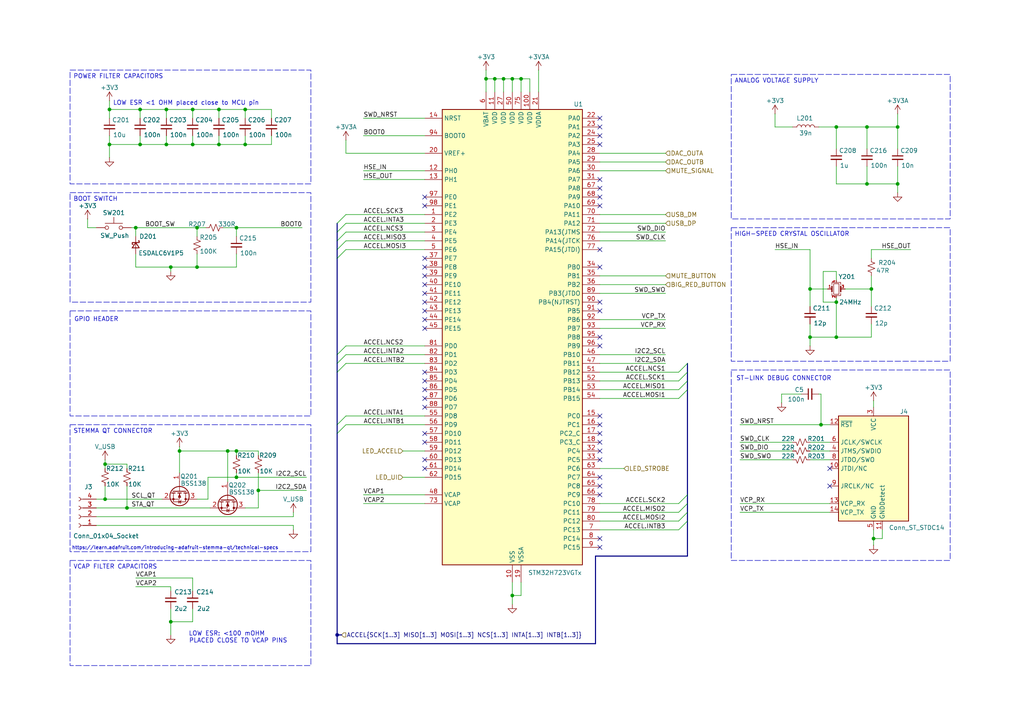
<source format=kicad_sch>
(kicad_sch (version 20231120) (generator "eeschema") (generator_version "8.0")
  (paper "A4")
  (lib_symbols
    (symbol "Connector:Conn_01x04_Socket" (pin_names (offset 1.016) hide)
      (property "Reference" "J" (at 0 5.08 0))
      (property "Value" "Conn_01x04_Socket" (at 0 -7.62 0))
      (symbol "Conn_01x04_Socket_1_1"
        (arc (start 0 -4.572) (mid -0.5058 -5.08) (end 0 -5.588) (stroke (width 0.1524)))
        (arc (start 0 -2.032) (mid -0.5058 -2.54) (end 0 -3.048) (stroke (width 0.1524)))
        (polyline (pts (xy -1.27 -5.08) (xy -0.508 -5.08)) (stroke (width 0.1524)))
        (polyline (pts (xy -1.27 -2.54) (xy -0.508 -2.54)) (stroke (width 0.1524)))
        (polyline (pts (xy -1.27 0) (xy -0.508 0)) (stroke (width 0.1524)))
        (polyline (pts (xy -1.27 2.54) (xy -0.508 2.54)) (stroke (width 0.1524)))
        (arc (start 0 0.508) (mid -0.5058 0) (end 0 -0.508) (stroke (width 0.1524)))
        (arc (start 0 3.048) (mid -0.5058 2.54) (end 0 2.032) (stroke (width 0.1524)))
        (pin passive line (at -5.08 2.54 0) (length 3.81) (name "Pin_1") (number "1"))
        (pin passive line (at -5.08 0 0) (length 3.81) (name "Pin_2") (number "2"))
        (pin passive line (at -5.08 -2.54 0) (length 3.81) (name "Pin_3") (number "3"))
        (pin passive line (at -5.08 -5.08 0) (length 3.81) (name "Pin_4") (number "4"))
      )
    )
    (symbol "Connector:Conn_ST_STDC14"
      (property "Reference" "J" (at -8.89 16.51 0))
      (property "Value" "Conn_ST_STDC14" (at 17.78 16.51 0))
      (symbol "Conn_ST_STDC14_0_1"
        (rectangle (start -10.16 15.24) (end 10.16 -15.24) (stroke (width 0.254)) (fill (type background)))
      )
      (symbol "Conn_ST_STDC14_1_1"
        (pin no_connect line (at -10.16 5.08 0) (length 2.54) hide (name "NC") (number "1"))
        (pin output line (at 12.7 0 180) (length 2.54) (name "JTDI/NC") (number "10"))
        (pin passive line (at -2.54 -17.78 90) (length 2.54) (name "GNDDetect") (number "11"))
        (pin open_collector line (at 12.7 12.7 180) (length 2.54) (name "~{RST}") (number "12"))
        (pin output line (at 12.7 -10.16 180) (length 2.54) (name "VCP_RX") (number "13"))
        (pin input line (at 12.7 -12.7 180) (length 2.54) (name "VCP_TX") (number "14"))
        (pin no_connect line (at -10.16 2.54 0) (length 2.54) hide (name "NC") (number "2"))
        (pin power_in line (at 0 17.78 270) (length 2.54) (name "VCC") (number "3"))
        (pin bidirectional line (at 12.7 5.08 180) (length 2.54) (name "JTMS/SWDIO") (number "4"))
        (pin power_in line (at 0 -17.78 90) (length 2.54) (name "GND") (number "5"))
        (pin output line (at 12.7 7.62 180) (length 2.54) (name "JCLK/SWCLK") (number "6"))
        (pin passive line (at 0 -17.78 90) (length 2.54) hide (name "GND") (number "7"))
        (pin input line (at 12.7 2.54 180) (length 2.54) (name "JTDO/SWO") (number "8"))
        (pin input line (at 12.7 -5.08 180) (length 2.54) (name "JRCLK/NC") (number "9"))
      )
    )
    (symbol "Device:C_Small" (pin_numbers hide) (pin_names (offset 0.254) hide)
      (property "Reference" "C" (at 0.254 1.778 0))
      (property "Value" "C_Small" (at 0.254 -2.032 0))
      (symbol "C_Small_0_1"
        (polyline (pts (xy -1.524 -0.508) (xy 1.524 -0.508)) (stroke (width 0.3302)))
        (polyline (pts (xy -1.524 0.508) (xy 1.524 0.508)) (stroke (width 0.3048)))
      )
      (symbol "C_Small_1_1"
        (pin passive line (at 0 2.54 270) (length 2.032) (name "~") (number "1"))
        (pin passive line (at 0 -2.54 90) (length 2.032) (name "~") (number "2"))
      )
    )
    (symbol "Device:Crystal_GND24_Small" (pin_names (offset 1.016) hide)
      (property "Reference" "Y" (at 1.27 4.445 0))
      (property "Value" "Crystal_GND24_Small" (at 1.27 2.54 0))
      (symbol "Crystal_GND24_Small_0_1"
        (rectangle (start -0.762 -1.524) (end 0.762 1.524))
        (polyline (pts (xy -1.27 -0.762) (xy -1.27 0.762)) (stroke (width 0.381)))
        (polyline (pts (xy 1.27 -0.762) (xy 1.27 0.762)) (stroke (width 0.381)))
        (polyline (pts (xy -1.27 -1.27) (xy -1.27 -1.905) (xy 1.27 -1.905) (xy 1.27 -1.27)))
        (polyline (pts (xy -1.27 1.27) (xy -1.27 1.905) (xy 1.27 1.905) (xy 1.27 1.27)))
      )
      (symbol "Crystal_GND24_Small_1_1"
        (pin passive line (at -2.54 0 0) (length 1.27) (name "1") (number "1"))
        (pin passive line (at 0 -2.54 90) (length 0.635) (name "2") (number "2"))
        (pin passive line (at 2.54 0 180) (length 1.27) (name "3") (number "3"))
        (pin passive line (at 0 2.54 270) (length 0.635) (name "4") (number "4"))
      )
    )
    (symbol "Device:D_Schottky_Small" (pin_numbers hide) (pin_names (offset 0.254) hide)
      (property "Reference" "D" (at -1.27 2.032 0))
      (property "Value" "D_Schottky_Small" (at -7.112 -2.032 0))
      (symbol "D_Schottky_Small_0_1"
        (polyline (pts (xy -0.762 0) (xy 0.762 0)))
        (polyline (pts (xy 0.762 -1.016) (xy -0.762 0) (xy 0.762 1.016) (xy 0.762 -1.016)) (stroke (width 0.254)))
        (polyline (pts (xy -1.27 0.762) (xy -1.27 1.016) (xy -0.762 1.016) (xy -0.762 -1.016) (xy -0.254 -1.016) (xy -0.254 -0.762)) (stroke (width 0.254)))
      )
      (symbol "D_Schottky_Small_1_1"
        (pin passive line (at -2.54 0 0) (length 1.778) (name "K") (number "1"))
        (pin passive line (at 2.54 0 180) (length 1.778) (name "A") (number "2"))
      )
    )
    (symbol "Device:L" (pin_numbers hide) (pin_names (offset 1.016) hide)
      (property "Reference" "L" (at -1.27 0 90))
      (property "Value" "L" (at 1.905 0 90))
      (symbol "L_0_1"
        (arc (start 0 -2.54) (mid 0.6323 -1.905) (end 0 -1.27))
        (arc (start 0 -1.27) (mid 0.6323 -0.635) (end 0 0))
        (arc (start 0 0) (mid 0.6323 0.635) (end 0 1.27))
        (arc (start 0 1.27) (mid 0.6323 1.905) (end 0 2.54))
      )
      (symbol "L_1_1"
        (pin passive line (at 0 3.81 270) (length 1.27) (name "1") (number "1"))
        (pin passive line (at 0 -3.81 90) (length 1.27) (name "2") (number "2"))
      )
    )
    (symbol "Device:R_Small_US" (pin_numbers hide) (pin_names (offset 0.254) hide)
      (property "Reference" "R" (at 0.762 0.508 0))
      (property "Value" "R_Small_US" (at 0.762 -1.016 0))
      (symbol "R_Small_US_1_1"
        (polyline (pts (xy 0 0) (xy 1.016 -0.381) (xy 0 -0.762) (xy -1.016 -1.143) (xy 0 -1.524)))
        (polyline (pts (xy 0 1.524) (xy 1.016 1.143) (xy 0 0.762) (xy -1.016 0.381) (xy 0 0)))
        (pin passive line (at 0 2.54 270) (length 1.016) (name "~") (number "1"))
        (pin passive line (at 0 -2.54 90) (length 1.016) (name "~") (number "2"))
      )
    )
    (symbol "MCU_ST_STM32H7:STM32H723VGTx"
      (property "Reference" "U" (at -20.32 67.31 0))
      (property "Value" "STM32H723VGTx" (at 10.16 67.31 0))
      (symbol "STM32H723VGTx_0_1"
        (rectangle (start -20.32 -66.04) (end 20.32 66.04) (stroke (width 0.254)) (fill (type background)))
      )
      (symbol "STM32H723VGTx_1_1"
        (pin bidirectional line (at -25.4 35.56 0) (length 5.08) (name "PE2") (number "1"))
        (pin power_in line (at 0 -71.12 90) (length 5.08) (name "VSS") (number "10"))
        (pin power_in line (at 5.08 71.12 270) (length 5.08) (name "VDD") (number "100"))
        (pin power_in line (at -5.08 71.12 270) (length 5.08) (name "VDD") (number "11"))
        (pin bidirectional line (at -25.4 48.26 0) (length 5.08) (name "PH0") (number "12"))
        (pin bidirectional line (at -25.4 45.72 0) (length 5.08) (name "PH1") (number "13"))
        (pin input line (at -25.4 63.5 0) (length 5.08) (name "NRST") (number "14"))
        (pin bidirectional line (at 25.4 -22.86 180) (length 5.08) (name "PC0") (number "15"))
        (pin bidirectional line (at 25.4 -25.4 180) (length 5.08) (name "PC1") (number "16"))
        (pin bidirectional line (at 25.4 -27.94 180) (length 5.08) (name "PC2_C") (number "17"))
        (pin bidirectional line (at 25.4 -30.48 180) (length 5.08) (name "PC3_C") (number "18"))
        (pin power_in line (at 2.54 -71.12 90) (length 5.08) (name "VSSA") (number "19"))
        (pin bidirectional line (at -25.4 33.02 0) (length 5.08) (name "PE3") (number "2"))
        (pin input line (at -25.4 53.34 0) (length 5.08) (name "VREF+") (number "20"))
        (pin power_in line (at 7.62 71.12 270) (length 5.08) (name "VDDA") (number "21"))
        (pin bidirectional line (at 25.4 63.5 180) (length 5.08) (name "PA0") (number "22"))
        (pin bidirectional line (at 25.4 60.96 180) (length 5.08) (name "PA1") (number "23"))
        (pin bidirectional line (at 25.4 58.42 180) (length 5.08) (name "PA2") (number "24"))
        (pin bidirectional line (at 25.4 55.88 180) (length 5.08) (name "PA3") (number "25"))
        (pin passive line (at 0 -71.12 90) (length 5.08) hide (name "VSS") (number "26"))
        (pin power_in line (at -2.54 71.12 270) (length 5.08) (name "VDD") (number "27"))
        (pin bidirectional line (at 25.4 53.34 180) (length 5.08) (name "PA4") (number "28"))
        (pin bidirectional line (at 25.4 50.8 180) (length 5.08) (name "PA5") (number "29"))
        (pin bidirectional line (at -25.4 30.48 0) (length 5.08) (name "PE4") (number "3"))
        (pin bidirectional line (at 25.4 48.26 180) (length 5.08) (name "PA6") (number "30"))
        (pin bidirectional line (at 25.4 45.72 180) (length 5.08) (name "PA7") (number "31"))
        (pin bidirectional line (at 25.4 -33.02 180) (length 5.08) (name "PC4") (number "32"))
        (pin bidirectional line (at 25.4 -35.56 180) (length 5.08) (name "PC5") (number "33"))
        (pin bidirectional line (at 25.4 20.32 180) (length 5.08) (name "PB0") (number "34"))
        (pin bidirectional line (at 25.4 17.78 180) (length 5.08) (name "PB1") (number "35"))
        (pin bidirectional line (at 25.4 15.24 180) (length 5.08) (name "PB2") (number "36"))
        (pin bidirectional line (at -25.4 22.86 0) (length 5.08) (name "PE7") (number "37"))
        (pin bidirectional line (at -25.4 20.32 0) (length 5.08) (name "PE8") (number "38"))
        (pin bidirectional line (at -25.4 17.78 0) (length 5.08) (name "PE9") (number "39"))
        (pin bidirectional line (at -25.4 27.94 0) (length 5.08) (name "PE5") (number "4"))
        (pin bidirectional line (at -25.4 15.24 0) (length 5.08) (name "PE10") (number "40"))
        (pin bidirectional line (at -25.4 12.7 0) (length 5.08) (name "PE11") (number "41"))
        (pin bidirectional line (at -25.4 10.16 0) (length 5.08) (name "PE12") (number "42"))
        (pin bidirectional line (at -25.4 7.62 0) (length 5.08) (name "PE13") (number "43"))
        (pin bidirectional line (at -25.4 5.08 0) (length 5.08) (name "PE14") (number "44"))
        (pin bidirectional line (at -25.4 2.54 0) (length 5.08) (name "PE15") (number "45"))
        (pin bidirectional line (at 25.4 -5.08 180) (length 5.08) (name "PB10") (number "46"))
        (pin bidirectional line (at 25.4 -7.62 180) (length 5.08) (name "PB11") (number "47"))
        (pin power_out line (at -25.4 -45.72 0) (length 5.08) (name "VCAP") (number "48"))
        (pin passive line (at 0 -71.12 90) (length 5.08) hide (name "VSS") (number "49"))
        (pin bidirectional line (at -25.4 25.4 0) (length 5.08) (name "PE6") (number "5"))
        (pin power_in line (at 0 71.12 270) (length 5.08) (name "VDD") (number "50"))
        (pin bidirectional line (at 25.4 -10.16 180) (length 5.08) (name "PB12") (number "51"))
        (pin bidirectional line (at 25.4 -12.7 180) (length 5.08) (name "PB13") (number "52"))
        (pin bidirectional line (at 25.4 -15.24 180) (length 5.08) (name "PB14") (number "53"))
        (pin bidirectional line (at 25.4 -17.78 180) (length 5.08) (name "PB15") (number "54"))
        (pin bidirectional line (at -25.4 -22.86 0) (length 5.08) (name "PD8") (number "55"))
        (pin bidirectional line (at -25.4 -25.4 0) (length 5.08) (name "PD9") (number "56"))
        (pin bidirectional line (at -25.4 -27.94 0) (length 5.08) (name "PD10") (number "57"))
        (pin bidirectional line (at -25.4 -30.48 0) (length 5.08) (name "PD11") (number "58"))
        (pin bidirectional line (at -25.4 -33.02 0) (length 5.08) (name "PD12") (number "59"))
        (pin power_in line (at -7.62 71.12 270) (length 5.08) (name "VBAT") (number "6"))
        (pin bidirectional line (at -25.4 -35.56 0) (length 5.08) (name "PD13") (number "60"))
        (pin bidirectional line (at -25.4 -38.1 0) (length 5.08) (name "PD14") (number "61"))
        (pin bidirectional line (at -25.4 -40.64 0) (length 5.08) (name "PD15") (number "62"))
        (pin bidirectional line (at 25.4 -38.1 180) (length 5.08) (name "PC6") (number "63"))
        (pin bidirectional line (at 25.4 -40.64 180) (length 5.08) (name "PC7") (number "64"))
        (pin bidirectional line (at 25.4 -43.18 180) (length 5.08) (name "PC8") (number "65"))
        (pin bidirectional line (at 25.4 -45.72 180) (length 5.08) (name "PC9") (number "66"))
        (pin bidirectional line (at 25.4 43.18 180) (length 5.08) (name "PA8") (number "67"))
        (pin bidirectional line (at 25.4 40.64 180) (length 5.08) (name "PA9") (number "68"))
        (pin bidirectional line (at 25.4 38.1 180) (length 5.08) (name "PA10") (number "69"))
        (pin bidirectional line (at 25.4 -55.88 180) (length 5.08) (name "PC13") (number "7"))
        (pin bidirectional line (at 25.4 35.56 180) (length 5.08) (name "PA11") (number "70"))
        (pin bidirectional line (at 25.4 33.02 180) (length 5.08) (name "PA12") (number "71"))
        (pin bidirectional line (at 25.4 30.48 180) (length 5.08) (name "PA13(JTMS") (number "72"))
        (pin power_out line (at -25.4 -48.26 0) (length 5.08) (name "VCAP") (number "73"))
        (pin passive line (at 0 -71.12 90) (length 5.08) hide (name "VSS") (number "74"))
        (pin power_in line (at 2.54 71.12 270) (length 5.08) (name "VDD") (number "75"))
        (pin bidirectional line (at 25.4 27.94 180) (length 5.08) (name "PA14(JTCK") (number "76"))
        (pin bidirectional line (at 25.4 25.4 180) (length 5.08) (name "PA15(JTDI)") (number "77"))
        (pin bidirectional line (at 25.4 -48.26 180) (length 5.08) (name "PC10") (number "78"))
        (pin bidirectional line (at 25.4 -50.8 180) (length 5.08) (name "PC11") (number "79"))
        (pin bidirectional line (at 25.4 -58.42 180) (length 5.08) (name "PC14") (number "8"))
        (pin bidirectional line (at 25.4 -53.34 180) (length 5.08) (name "PC12") (number "80"))
        (pin bidirectional line (at -25.4 -2.54 0) (length 5.08) (name "PD0") (number "81"))
        (pin bidirectional line (at -25.4 -5.08 0) (length 5.08) (name "PD1") (number "82"))
        (pin bidirectional line (at -25.4 -7.62 0) (length 5.08) (name "PD2") (number "83"))
        (pin bidirectional line (at -25.4 -10.16 0) (length 5.08) (name "PD3") (number "84"))
        (pin bidirectional line (at -25.4 -12.7 0) (length 5.08) (name "PD4") (number "85"))
        (pin bidirectional line (at -25.4 -15.24 0) (length 5.08) (name "PD5") (number "86"))
        (pin bidirectional line (at -25.4 -17.78 0) (length 5.08) (name "PD6") (number "87"))
        (pin bidirectional line (at -25.4 -20.32 0) (length 5.08) (name "PD7") (number "88"))
        (pin bidirectional line (at 25.4 12.7 180) (length 5.08) (name "PB3(JTDO") (number "89"))
        (pin bidirectional line (at 25.4 -60.96 180) (length 5.08) (name "PC15") (number "9"))
        (pin bidirectional line (at 25.4 10.16 180) (length 5.08) (name "PB4(NJTRST)") (number "90"))
        (pin bidirectional line (at 25.4 7.62 180) (length 5.08) (name "PB5") (number "91"))
        (pin bidirectional line (at 25.4 5.08 180) (length 5.08) (name "PB6") (number "92"))
        (pin bidirectional line (at 25.4 2.54 180) (length 5.08) (name "PB7") (number "93"))
        (pin input line (at -25.4 58.42 0) (length 5.08) (name "BOOT0") (number "94"))
        (pin bidirectional line (at 25.4 0 180) (length 5.08) (name "PB8") (number "95"))
        (pin bidirectional line (at 25.4 -2.54 180) (length 5.08) (name "PB9") (number "96"))
        (pin bidirectional line (at -25.4 40.64 0) (length 5.08) (name "PE0") (number "97"))
        (pin bidirectional line (at -25.4 38.1 0) (length 5.08) (name "PE1") (number "98"))
        (pin passive line (at 0 -71.12 90) (length 5.08) hide (name "VSS") (number "99"))
      )
    )
    (symbol "Switch:SW_Push" (pin_numbers hide) (pin_names (offset 1.016) hide)
      (property "Reference" "SW" (at 1.27 2.54 0))
      (property "Value" "SW_Push" (at 0 -1.524 0))
      (symbol "SW_Push_0_1"
        (circle (center -2.032 0) (radius 0.508))
        (polyline (pts (xy 0 1.27) (xy 0 3.048)))
        (polyline (pts (xy 2.54 1.27) (xy -2.54 1.27)))
        (circle (center 2.032 0) (radius 0.508))
        (pin passive line (at -5.08 0 0) (length 2.54) (name "1") (number "1"))
        (pin passive line (at 5.08 0 180) (length 2.54) (name "2") (number "2"))
      )
    )
    (symbol "Transistor_FET:BSS138" (pin_names hide)
      (property "Reference" "Q" (at 5.08 1.905 0))
      (property "Value" "BSS138" (at 5.08 0 0))
      (symbol "BSS138_0_1"
        (polyline (pts (xy 0.254 0) (xy -2.54 0)))
        (polyline (pts (xy 0.254 1.905) (xy 0.254 -1.905)) (stroke (width 0.254)))
        (polyline (pts (xy 0.762 -1.27) (xy 0.762 -2.286)) (stroke (width 0.254)))
        (polyline (pts (xy 0.762 0.508) (xy 0.762 -0.508)) (stroke (width 0.254)))
        (polyline (pts (xy 0.762 2.286) (xy 0.762 1.27)) (stroke (width 0.254)))
        (polyline (pts (xy 2.54 2.54) (xy 2.54 1.778)))
        (polyline (pts (xy 2.54 -2.54) (xy 2.54 0) (xy 0.762 0)))
        (polyline (pts (xy 0.762 -1.778) (xy 3.302 -1.778) (xy 3.302 1.778) (xy 0.762 1.778)))
        (polyline (pts (xy 1.016 0) (xy 2.032 0.381) (xy 2.032 -0.381) (xy 1.016 0)) (fill (type outline)))
        (polyline (pts (xy 2.794 0.508) (xy 2.921 0.381) (xy 3.683 0.381) (xy 3.81 0.254)))
        (polyline (pts (xy 3.302 0.381) (xy 2.921 -0.254) (xy 3.683 -0.254) (xy 3.302 0.381)))
        (circle (center 1.651 0) (radius 2.794) (stroke (width 0.254)))
        (circle (center 2.54 -1.778) (radius 0.254) (fill (type outline)))
        (circle (center 2.54 1.778) (radius 0.254) (fill (type outline)))
      )
      (symbol "BSS138_1_1"
        (pin input line (at -5.08 0 0) (length 2.54) (name "G") (number "1"))
        (pin passive line (at 2.54 -5.08 90) (length 2.54) (name "S") (number "2"))
        (pin passive line (at 2.54 5.08 270) (length 2.54) (name "D") (number "3"))
      )
    )
    (symbol "power:+3V3" (power) (pin_numbers hide) (pin_names (offset 0) hide)
      (property "Value" "+3V3" (at 0 3.556 0))
      (symbol "+3V3_0_1"
        (polyline (pts (xy -0.762 1.27) (xy 0 2.54)))
        (polyline (pts (xy 0 0) (xy 0 2.54)))
        (polyline (pts (xy 0 2.54) (xy 0.762 1.27)))
      )
      (symbol "+3V3_1_1"
        (pin power_in line (at 0 0 90) (length 0) (name "~") (number "1"))
      )
    )
    (symbol "power:+5V" (power) (pin_numbers hide) (pin_names (offset 0) hide)
      (property "Value" "+5V" (at 0 3.556 0))
      (symbol "+5V_0_1"
        (polyline (pts (xy -0.762 1.27) (xy 0 2.54)))
        (polyline (pts (xy 0 0) (xy 0 2.54)))
        (polyline (pts (xy 0 2.54) (xy 0.762 1.27)))
      )
      (symbol "+5V_1_1"
        (pin power_in line (at 0 0 90) (length 0) (name "~") (number "1"))
      )
    )
    (symbol "power:GND" (power) (pin_numbers hide) (pin_names (offset 0) hide)
      (property "Value" "GND" (at 0 -3.81 0))
      (symbol "GND_0_1"
        (polyline (pts (xy 0 0) (xy 0 -1.27) (xy 1.27 -1.27) (xy 0 -2.54) (xy -1.27 -1.27) (xy 0 -1.27)))
      )
      (symbol "GND_1_1"
        (pin power_in line (at 0 0 270) (length 0) (name "~") (number "1"))
      )
    )
  )
  (junction (at 238.125 123.19))
  (junction (at 31.75 41.91))
  (junction (at 148.59 172.72))
  (junction (at 251.46 36.83))
  (junction (at 251.46 53.34))
  (junction (at 74.93 142.24))
  (junction (at 242.57 97.79))
  (junction (at 40.64 31.75))
  (junction (at 40.64 41.91))
  (junction (at 57.15 77.47))
  (junction (at 234.95 97.79))
  (junction (at 55.88 41.91))
  (junction (at 148.59 22.86))
  (junction (at 71.12 31.75))
  (junction (at 63.5 31.75))
  (junction (at 260.35 53.34))
  (junction (at 39.37 66.04))
  (junction (at 63.5 41.91))
  (junction (at 49.53 180.34))
  (junction (at 30.48 144.78))
  (junction (at 49.53 77.47))
  (junction (at 68.58 130.81))
  (junction (at 242.57 87.63))
  (junction (at 68.58 138.43))
  (junction (at 146.05 22.86))
  (junction (at 242.57 36.83))
  (junction (at 97.79 184.15))
  (junction (at 71.12 41.91))
  (junction (at 52.07 130.81))
  (junction (at 36.83 147.32))
  (junction (at 30.48 134.62))
  (junction (at 151.13 22.86))
  (junction (at 252.73 83.82))
  (junction (at 253.365 156.21))
  (junction (at 234.95 83.82))
  (junction (at 260.35 36.83))
  (junction (at 48.26 41.91))
  (junction (at 55.88 31.75))
  (junction (at 143.51 22.86))
  (junction (at 68.58 66.04))
  (junction (at 140.97 22.86))
  (junction (at 31.75 31.75))
  (junction (at 66.04 130.81))
  (junction (at 57.15 66.04))
  (junction (at 48.26 31.75))
  (no_connect (at 173.99 128.27))
  (no_connect (at 173.99 125.73))
  (no_connect (at 240.665 140.97))
  (no_connect (at 123.19 113.03))
  (no_connect (at 123.19 110.49))
  (no_connect (at 173.99 57.15))
  (no_connect (at 173.99 123.19))
  (no_connect (at 173.99 87.63))
  (no_connect (at 123.19 77.47))
  (no_connect (at 123.19 95.25))
  (no_connect (at 173.99 156.21))
  (no_connect (at 173.99 158.75))
  (no_connect (at 123.19 87.63))
  (no_connect (at 173.99 36.83))
  (no_connect (at 173.99 34.29))
  (no_connect (at 123.19 133.35))
  (no_connect (at 123.19 74.93))
  (no_connect (at 123.19 135.89))
  (no_connect (at 173.99 120.65))
  (no_connect (at 173.99 77.47))
  (no_connect (at 123.19 57.15))
  (no_connect (at 173.99 39.37))
  (no_connect (at 123.19 118.11))
  (no_connect (at 173.99 138.43))
  (no_connect (at 123.19 85.09))
  (no_connect (at 173.99 54.61))
  (no_connect (at 173.99 130.81))
  (no_connect (at 173.99 100.33))
  (no_connect (at 173.99 97.79))
  (no_connect (at 240.665 135.89))
  (no_connect (at 173.99 41.91))
  (no_connect (at 123.19 92.71))
  (no_connect (at 173.99 59.69))
  (no_connect (at 123.19 90.17))
  (no_connect (at 123.19 82.55))
  (no_connect (at 123.19 128.27))
  (no_connect (at 123.19 80.01))
  (no_connect (at 123.19 59.69))
  (no_connect (at 173.99 52.07))
  (no_connect (at 123.19 125.73))
  (no_connect (at 123.19 107.95))
  (no_connect (at 123.19 115.57))
  (no_connect (at 173.99 133.35))
  (no_connect (at 173.99 140.97))
  (no_connect (at 173.99 72.39))
  (no_connect (at 173.99 90.17))
  (no_connect (at 173.99 143.51))
  (bus_entry (at 199.39 105.41) (size -2.54 2.54))
  (bus_entry (at 199.39 110.49) (size -2.54 2.54))
  (bus_entry (at 97.79 105.41) (size 2.54 -2.54))
  (bus_entry (at 97.79 69.85) (size 2.54 -2.54))
  (bus_entry (at 97.79 67.31) (size 2.54 -2.54))
  (bus_entry (at 97.79 125.73) (size 2.54 -2.54))
  (bus_entry (at 97.79 74.93) (size 2.54 -2.54))
  (bus_entry (at 199.39 146.05) (size -2.54 2.54))
  (bus_entry (at 199.39 113.03) (size -2.54 2.54))
  (bus_entry (at 199.39 148.59) (size -2.54 2.54))
  (bus_entry (at 97.79 102.87) (size 2.54 -2.54))
  (bus_entry (at 97.79 123.19) (size 2.54 -2.54))
  (bus_entry (at 97.79 107.95) (size 2.54 -2.54))
  (bus_entry (at 97.79 64.77) (size 2.54 -2.54))
  (bus_entry (at 199.39 151.13) (size -2.54 2.54))
  (bus_entry (at 199.39 143.51) (size -2.54 2.54))
  (bus_entry (at 97.79 72.39) (size 2.54 -2.54))
  (bus_entry (at 199.39 107.95) (size -2.54 2.54))
  (wire (pts (xy 255.905 156.21) (xy 253.365 156.21)))
  (wire (pts (xy 52.07 130.81) (xy 52.07 137.16)))
  (wire (pts (xy 39.37 167.64) (xy 55.88 167.64)))
  (wire (pts (xy 85.09 149.86) (xy 85.09 148.59)))
  (wire (pts (xy 224.79 72.39) (xy 234.95 72.39)))
  (wire (pts (xy 55.88 31.75) (xy 55.88 34.29)))
  (wire (pts (xy 242.57 48.26) (xy 242.57 53.34)))
  (wire (pts (xy 237.49 114.3) (xy 238.125 114.3)))
  (wire (pts (xy 60.325 138.43) (xy 60.325 144.78)))
  (wire (pts (xy 173.99 102.87) (xy 193.04 102.87)))
  (wire (pts (xy 242.57 36.83) (xy 242.57 43.18)))
  (wire (pts (xy 214.63 123.19) (xy 238.125 123.19)))
  (wire (pts (xy 71.12 41.91) (xy 71.12 39.37)))
  (wire (pts (xy 234.95 133.35) (xy 240.665 133.35)))
  (wire (pts (xy 57.15 73.66) (xy 57.15 77.47)))
  (wire (pts (xy 253.365 158.115) (xy 253.365 156.21)))
  (bus (pts (xy 199.39 143.51) (xy 199.39 146.05)))
  (bus (pts (xy 199.39 110.49) (xy 199.39 113.03)))
  (wire (pts (xy 55.88 180.34) (xy 49.53 180.34)))
  (wire (pts (xy 36.83 134.62) (xy 36.83 135.89)))
  (wire (pts (xy 173.99 49.53) (xy 193.04 49.53)))
  (wire (pts (xy 214.63 148.59) (xy 240.665 148.59)))
  (wire (pts (xy 105.41 143.51) (xy 123.19 143.51)))
  (wire (pts (xy 242.57 53.34) (xy 251.46 53.34)))
  (wire (pts (xy 234.95 97.79) (xy 242.57 97.79)))
  (bus (pts (xy 199.39 148.59) (xy 199.39 151.13)))
  (wire (pts (xy 264.16 72.39) (xy 252.73 72.39)))
  (wire (pts (xy 49.53 180.34) (xy 49.53 176.53)))
  (bus (pts (xy 172.72 186.69) (xy 172.72 161.29)))
  (wire (pts (xy 100.33 67.31) (xy 123.19 67.31)))
  (wire (pts (xy 242.57 36.83) (xy 251.46 36.83)))
  (wire (pts (xy 30.48 134.62) (xy 36.83 134.62)))
  (wire (pts (xy 146.05 22.86) (xy 143.51 22.86)))
  (wire (pts (xy 234.95 83.82) (xy 234.95 88.9)))
  (wire (pts (xy 260.35 36.83) (xy 260.35 43.18)))
  (wire (pts (xy 105.41 49.53) (xy 123.19 49.53)))
  (wire (pts (xy 71.12 31.75) (xy 71.12 34.29)))
  (wire (pts (xy 151.13 22.86) (xy 151.13 26.67)))
  (wire (pts (xy 57.15 66.04) (xy 57.15 68.58)))
  (wire (pts (xy 31.75 29.21) (xy 31.75 31.75)))
  (wire (pts (xy 173.99 135.89) (xy 180.975 135.89)))
  (wire (pts (xy 49.53 77.47) (xy 57.15 77.47)))
  (wire (pts (xy 148.59 22.86) (xy 148.59 26.67)))
  (wire (pts (xy 251.46 48.26) (xy 251.46 53.34)))
  (wire (pts (xy 148.59 22.86) (xy 146.05 22.86)))
  (wire (pts (xy 260.35 53.34) (xy 260.35 55.88)))
  (wire (pts (xy 242.57 87.63) (xy 242.57 86.36)))
  (wire (pts (xy 74.93 137.16) (xy 74.93 142.24)))
  (wire (pts (xy 234.95 97.79) (xy 234.95 100.33)))
  (wire (pts (xy 234.95 128.27) (xy 240.665 128.27)))
  (wire (pts (xy 71.12 41.91) (xy 78.74 41.91)))
  (wire (pts (xy 52.07 130.81) (xy 66.04 130.81)))
  (wire (pts (xy 100.33 105.41) (xy 123.19 105.41)))
  (wire (pts (xy 252.73 72.39) (xy 252.73 74.93)))
  (wire (pts (xy 31.75 41.91) (xy 40.64 41.91)))
  (wire (pts (xy 193.04 69.85) (xy 173.99 69.85)))
  (wire (pts (xy 60.325 144.78) (xy 57.15 144.78)))
  (wire (pts (xy 193.04 62.23) (xy 173.99 62.23)))
  (wire (pts (xy 100.33 123.19) (xy 123.19 123.19)))
  (bus (pts (xy 97.79 105.41) (xy 97.79 107.95)))
  (bus (pts (xy 199.39 113.03) (xy 199.39 143.51)))
  (wire (pts (xy 68.58 130.81) (xy 74.93 130.81)))
  (wire (pts (xy 25.4 63.5) (xy 25.4 66.04)))
  (bus (pts (xy 97.79 125.73) (xy 97.79 184.15)))
  (wire (pts (xy 234.95 130.81) (xy 240.665 130.81)))
  (wire (pts (xy 229.87 128.27) (xy 214.63 128.27)))
  (wire (pts (xy 66.04 130.81) (xy 66.04 139.7)))
  (wire (pts (xy 193.04 80.01) (xy 173.99 80.01)))
  (bus (pts (xy 199.39 151.13) (xy 199.39 161.29)))
  (wire (pts (xy 68.58 137.16) (xy 68.58 138.43)))
  (wire (pts (xy 173.99 107.95) (xy 196.85 107.95)))
  (wire (pts (xy 68.58 138.43) (xy 88.9 138.43)))
  (bus (pts (xy 97.79 69.85) (xy 97.79 72.39)))
  (wire (pts (xy 48.26 31.75) (xy 48.26 34.29)))
  (wire (pts (xy 116.84 138.43) (xy 123.19 138.43)))
  (wire (pts (xy 31.75 41.91) (xy 31.75 39.37)))
  (wire (pts (xy 253.365 156.21) (xy 253.365 153.67)))
  (bus (pts (xy 199.39 105.41) (xy 199.39 107.95)))
  (wire (pts (xy 55.88 41.91) (xy 55.88 39.37)))
  (wire (pts (xy 242.57 87.63) (xy 242.57 97.79)))
  (wire (pts (xy 105.41 52.07) (xy 123.19 52.07)))
  (wire (pts (xy 100.33 44.45) (xy 123.19 44.45)))
  (wire (pts (xy 193.04 46.99) (xy 173.99 46.99)))
  (wire (pts (xy 105.41 34.29) (xy 123.19 34.29)))
  (wire (pts (xy 251.46 53.34) (xy 260.35 53.34)))
  (wire (pts (xy 143.51 22.86) (xy 140.97 22.86)))
  (wire (pts (xy 238.125 114.3) (xy 238.125 123.19)))
  (wire (pts (xy 193.04 44.45) (xy 173.99 44.45)))
  (wire (pts (xy 245.11 83.82) (xy 252.73 83.82)))
  (wire (pts (xy 38.1 66.04) (xy 39.37 66.04)))
  (wire (pts (xy 105.41 146.05) (xy 123.19 146.05)))
  (wire (pts (xy 156.21 20.32) (xy 156.21 26.67)))
  (wire (pts (xy 85.09 153.67) (xy 85.09 152.4)))
  (wire (pts (xy 52.07 129.54) (xy 52.07 130.81)))
  (wire (pts (xy 63.5 41.91) (xy 71.12 41.91)))
  (wire (pts (xy 173.99 110.49) (xy 196.85 110.49)))
  (wire (pts (xy 105.41 39.37) (xy 123.19 39.37)))
  (wire (pts (xy 40.64 41.91) (xy 40.64 39.37)))
  (wire (pts (xy 143.51 22.86) (xy 143.51 26.67)))
  (wire (pts (xy 63.5 31.75) (xy 55.88 31.75)))
  (wire (pts (xy 238.125 123.19) (xy 240.665 123.19)))
  (wire (pts (xy 68.58 73.66) (xy 68.58 77.47)))
  (wire (pts (xy 60.325 138.43) (xy 68.58 138.43)))
  (wire (pts (xy 49.53 180.34) (xy 49.53 184.15)))
  (bus (pts (xy 97.79 67.31) (xy 97.79 69.85)))
  (wire (pts (xy 193.04 64.77) (xy 173.99 64.77)))
  (bus (pts (xy 97.79 72.39) (xy 97.79 74.93)))
  (wire (pts (xy 238.76 87.63) (xy 242.57 87.63)))
  (wire (pts (xy 140.97 22.86) (xy 140.97 26.67)))
  (wire (pts (xy 173.99 148.59) (xy 196.85 148.59)))
  (wire (pts (xy 30.48 133.35) (xy 30.48 134.62)))
  (wire (pts (xy 78.74 31.75) (xy 78.74 34.29)))
  (wire (pts (xy 68.58 130.81) (xy 68.58 132.08)))
  (wire (pts (xy 27.94 152.4) (xy 85.09 152.4)))
  (wire (pts (xy 40.64 31.75) (xy 31.75 31.75)))
  (wire (pts (xy 260.35 36.83) (xy 260.35 33.02)))
  (wire (pts (xy 100.33 64.77) (xy 123.19 64.77)))
  (wire (pts (xy 153.67 26.67) (xy 153.67 22.86)))
  (wire (pts (xy 39.37 66.04) (xy 57.15 66.04)))
  (wire (pts (xy 252.73 83.82) (xy 252.73 88.9)))
  (wire (pts (xy 64.77 66.04) (xy 68.58 66.04)))
  (wire (pts (xy 27.94 147.32) (xy 36.83 147.32)))
  (wire (pts (xy 55.88 176.53) (xy 55.88 180.34)))
  (wire (pts (xy 232.41 114.3) (xy 226.695 114.3)))
  (bus (pts (xy 199.39 146.05) (xy 199.39 148.59)))
  (wire (pts (xy 100.33 100.33) (xy 123.19 100.33)))
  (wire (pts (xy 116.84 130.81) (xy 123.19 130.81)))
  (wire (pts (xy 68.58 66.04) (xy 68.58 68.58)))
  (wire (pts (xy 173.99 113.03) (xy 196.85 113.03)))
  (bus (pts (xy 97.79 64.77) (xy 97.79 67.31)))
  (wire (pts (xy 100.33 120.65) (xy 123.19 120.65)))
  (wire (pts (xy 173.99 151.13) (xy 196.85 151.13)))
  (wire (pts (xy 68.58 77.47) (xy 57.15 77.47)))
  (wire (pts (xy 173.99 105.41) (xy 193.04 105.41)))
  (wire (pts (xy 36.83 147.32) (xy 60.96 147.32)))
  (wire (pts (xy 151.13 22.86) (xy 148.59 22.86)))
  (wire (pts (xy 148.59 168.91) (xy 148.59 172.72)))
  (bus (pts (xy 199.39 107.95) (xy 199.39 110.49)))
  (wire (pts (xy 224.79 36.83) (xy 229.87 36.83)))
  (wire (pts (xy 39.37 66.04) (xy 39.37 68.58)))
  (wire (pts (xy 234.95 93.98) (xy 234.95 97.79)))
  (wire (pts (xy 40.64 41.91) (xy 48.26 41.91)))
  (wire (pts (xy 49.53 77.47) (xy 49.53 78.74)))
  (wire (pts (xy 173.99 92.71) (xy 193.04 92.71)))
  (wire (pts (xy 234.95 83.82) (xy 240.03 83.82)))
  (wire (pts (xy 238.76 78.74) (xy 238.76 87.63)))
  (wire (pts (xy 39.37 77.47) (xy 49.53 77.47)))
  (bus (pts (xy 97.79 186.69) (xy 172.72 186.69)))
  (wire (pts (xy 39.37 73.66) (xy 39.37 77.47)))
  (wire (pts (xy 74.93 147.32) (xy 71.12 147.32)))
  (bus (pts (xy 97.79 184.15) (xy 97.79 186.69)))
  (wire (pts (xy 30.48 140.97) (xy 30.48 144.78)))
  (wire (pts (xy 49.53 170.18) (xy 49.53 171.45)))
  (wire (pts (xy 31.75 41.91) (xy 31.75 45.72)))
  (wire (pts (xy 55.88 167.64) (xy 55.88 171.45)))
  (wire (pts (xy 74.93 142.24) (xy 74.93 147.32)))
  (wire (pts (xy 173.99 82.55) (xy 193.04 82.55)))
  (wire (pts (xy 71.12 31.75) (xy 63.5 31.75)))
  (wire (pts (xy 173.99 153.67) (xy 196.85 153.67)))
  (wire (pts (xy 252.73 80.01) (xy 252.73 83.82)))
  (wire (pts (xy 100.33 40.64) (xy 100.33 44.45)))
  (bus (pts (xy 97.79 74.93) (xy 97.79 102.87)))
  (wire (pts (xy 224.79 33.02) (xy 224.79 36.83)))
  (wire (pts (xy 63.5 41.91) (xy 63.5 39.37)))
  (bus (pts (xy 97.79 102.87) (xy 97.79 105.41)))
  (wire (pts (xy 57.15 66.04) (xy 59.69 66.04)))
  (wire (pts (xy 25.4 66.04) (xy 27.94 66.04)))
  (wire (pts (xy 27.94 149.86) (xy 85.09 149.86)))
  (wire (pts (xy 214.63 146.05) (xy 240.665 146.05)))
  (wire (pts (xy 66.04 130.81) (xy 68.58 130.81)))
  (wire (pts (xy 251.46 36.83) (xy 260.35 36.83)))
  (wire (pts (xy 100.33 62.23) (xy 123.19 62.23)))
  (wire (pts (xy 74.93 142.24) (xy 88.9 142.24)))
  (wire (pts (xy 31.75 31.75) (xy 31.75 34.29)))
  (wire (pts (xy 242.57 97.79) (xy 252.73 97.79)))
  (wire (pts (xy 100.33 102.87) (xy 123.19 102.87)))
  (wire (pts (xy 193.04 85.09) (xy 173.99 85.09)))
  (wire (pts (xy 255.905 153.67) (xy 255.905 156.21)))
  (wire (pts (xy 237.49 36.83) (xy 242.57 36.83)))
  (wire (pts (xy 173.99 146.05) (xy 196.85 146.05)))
  (wire (pts (xy 140.97 20.32) (xy 140.97 22.86)))
  (wire (pts (xy 74.93 130.81) (xy 74.93 132.08)))
  (wire (pts (xy 260.35 48.26) (xy 260.35 53.34)))
  (bus (pts (xy 172.72 161.29) (xy 199.39 161.29)))
  (wire (pts (xy 251.46 36.83) (xy 251.46 43.18)))
  (wire (pts (xy 63.5 31.75) (xy 63.5 34.29)))
  (wire (pts (xy 48.26 41.91) (xy 55.88 41.91)))
  (wire (pts (xy 30.48 134.62) (xy 30.48 135.89)))
  (wire (pts (xy 151.13 168.91) (xy 151.13 172.72)))
  (wire (pts (xy 78.74 31.75) (xy 71.12 31.75)))
  (wire (pts (xy 173.99 67.31) (xy 193.04 67.31)))
  (wire (pts (xy 100.33 69.85) (xy 123.19 69.85)))
  (wire (pts (xy 242.57 78.74) (xy 238.76 78.74)))
  (wire (pts (xy 229.87 130.81) (xy 214.63 130.81)))
  (wire (pts (xy 36.83 140.97) (xy 36.83 147.32)))
  (wire (pts (xy 146.05 22.86) (xy 146.05 26.67)))
  (wire (pts (xy 173.99 115.57) (xy 196.85 115.57)))
  (wire (pts (xy 173.99 95.25) (xy 193.04 95.25)))
  (wire (pts (xy 252.73 97.79) (xy 252.73 93.98)))
  (wire (pts (xy 234.95 72.39) (xy 234.95 83.82)))
  (wire (pts (xy 78.74 41.91) (xy 78.74 39.37)))
  (wire (pts (xy 27.94 144.78) (xy 30.48 144.78)))
  (wire (pts (xy 40.64 31.75) (xy 40.64 34.29)))
  (wire (pts (xy 55.88 31.75) (xy 48.26 31.75)))
  (wire (pts (xy 153.67 22.86) (xy 151.13 22.86)))
  (wire (pts (xy 48.26 31.75) (xy 40.64 31.75)))
  (wire (pts (xy 55.88 41.91) (xy 63.5 41.91)))
  (wire (pts (xy 242.57 81.28) (xy 242.57 78.74)))
  (wire (pts (xy 39.37 170.18) (xy 49.53 170.18)))
  (wire (pts (xy 253.365 116.205) (xy 253.365 118.11)))
  (wire (pts (xy 151.13 172.72) (xy 148.59 172.72)))
  (wire (pts (xy 229.87 133.35) (xy 214.63 133.35)))
  (bus (pts (xy 97.79 107.95) (xy 97.79 123.19)))
  (wire (pts (xy 148.59 175.26) (xy 148.59 172.72)))
  (wire (pts (xy 100.33 72.39) (xy 123.19 72.39)))
  (bus (pts (xy 99.06 184.15) (xy 97.79 184.15)))
  (bus (pts (xy 97.79 123.19) (xy 97.79 125.73)))
  (wire (pts (xy 87.63 66.04) (xy 68.58 66.04)))
  (wire (pts (xy 226.695 114.3) (xy 226.695 116.84)))
  (wire (pts (xy 30.48 144.78) (xy 46.99 144.78)))
  (wire (pts (xy 48.26 41.91) (xy 48.26 39.37)))
  (rectangle (start 20.32 90.17) (end 90.17 120.65) (stroke (width 0) (type dash)))
  (rectangle (start 212.09 107.315) (end 275.59 162.56) (stroke (width 0) (type dash)))
  (text_box "POWER FILTER CAPACITORS\n" (at 20.32 20.32 0) (size 69.85 33.02) (stroke (width 0) (type dash)) (effects (font (size 1.27 1.27)) (justify left top)))
  (text_box "STEMMA QT CONNECTOR\n" (at 20.32 123.19 0) (size 69.85 36.83) (stroke (width 0) (type dash)) (effects (font (size 1.27 1.27)) (justify left top)))
  (text_box "ANALOG VOLTAGE SUPPLY" (at 212.09 21.59 0) (size 63.5 41.91) (stroke (width 0) (type dash)) (effects (font (size 1.27 1.27)) (justify left top)))
  (text_box "HIGH-SPEED CRYSTAL OSCILLATOR" (at 212.09 66.04 0) (size 63.5 38.735) (stroke (width 0) (type dash)) (effects (font (size 1.27 1.27)) (justify left top)))
  (text_box "VCAP FILTER CAPACITORS" (at 20.32 162.56 0) (size 69.85 30.48) (stroke (width 0) (type dash)) (effects (font (size 1.27 1.27)) (justify left top)))
  (text_box "BOOT SWITCH" (at 20.32 55.88 0) (size 69.85 31.75) (stroke (width 0) (type dash)) (effects (font (size 1.27 1.27)) (justify left top)))
  (text "GPIO HEADER" (at 27.94 92.71 0) (effects (font (size 1.27 1.27))))
  (text "PLACED CLOSE TO VCAP PINS" (at 69.088 185.928 0) (effects (font (size 1.27 1.27))))
  (text "LOW ESR <1 OHM placed close to MCU pin" (at 32.766 29.972 0) (effects (font (size 1.27 1.27)) (justify left)))
  (text "LOW ESR: <100 mOHM" (at 65.786 183.896 0) (effects (font (size 1.27 1.27))))
  (text "https://learn.adafruit.com/introducing-adafruit-stemma-qt/technical-specs" (at 50.8 159.004 0) (effects (font (size 1 1))))
  (text "ST-LINK DEBUG CONNECTOR" (at 227.33 109.855 0) (effects (font (size 1.27 1.27))))
  (label "ACCEL.INTB1" (at 105.41 123.19 0))
  (label "VCAP2" (at 39.37 170.18 0))
  (label "SWD_SWO" (at 193.04 85.09 180))
  (label "BOOT0" (at 87.63 66.04 180))
  (label "VCP_TX" (at 214.63 148.59 0))
  (label "ACCEL.SCK2" (at 193.04 146.05 180))
  (label "ACCEL.INTA2" (at 105.41 102.87 0))
  (label "I2C2_SDA" (at 88.9 142.24 180))
  (label "HSE_OUT" (at 105.41 52.07 0))
  (label "ACCEL.INTA1" (at 105.41 120.65 0))
  (label "ACCEL.MOSI2" (at 193.04 151.13 180))
  (label "ACCEL.SCK3" (at 105.41 62.23 0))
  (label "HSE_IN" (at 105.41 49.53 0))
  (label "VCP_RX" (at 193.04 95.25 180))
  (label "ACCEL.MOSI3" (at 105.41 72.39 0))
  (label "I2C2_SCL" (at 88.9 138.43 180))
  (label "SWD_CLK" (at 193.04 69.85 180))
  (label "ACCEL.MISO2" (at 193.04 148.59 180))
  (label "ACCEL.MOSI1" (at 193.04 115.57 180))
  (label "HSE_IN" (at 224.79 72.39 0))
  (label "ACCEL.NCS1" (at 193.04 107.95 180))
  (label "STA_QT" (at 38.1 147.32 0))
  (label "ACCEL.MISO3" (at 105.41 69.85 0))
  (label "VCP_TX" (at 193.04 92.71 180))
  (label "BOOT_SW" (at 50.8 66.04 180))
  (label "SCL_QT" (at 38.1 144.78 0))
  (label "ACCEL.SCK1" (at 193.04 110.49 180))
  (label "HSE_OUT" (at 264.16 72.39 180))
  (label "VCAP1" (at 39.37 167.64 0))
  (label "VCAP1" (at 105.41 143.51 0))
  (label "ACCEL.INTB2" (at 105.41 105.41 0))
  (label "VCP_RX" (at 214.63 146.05 0))
  (label "SWD_SWO" (at 214.63 133.35 0))
  (label "SWD_DIO" (at 214.63 130.81 0))
  (label "SWD_CLK" (at 214.63 128.27 0))
  (label "SWD_NRST" (at 214.63 123.19 0))
  (label "SWD_NRST" (at 105.41 34.29 0))
  (label "ACCEL.NCS2" (at 105.41 100.33 0))
  (label "VCAP2" (at 105.41 146.05 0))
  (label "I2C2_SDA" (at 193.04 105.41 180))
  (label "SWD_DIO" (at 193.04 67.31 180))
  (label "ACCEL.INTA3" (at 105.41 64.77 0))
  (label "BOOT0" (at 105.41 39.37 0))
  (label "ACCEL.NCS3" (at 105.41 67.31 0))
  (label "I2C2_SCL" (at 193.04 102.87 180))
  (label "ACCEL.MISO1" (at 193.04 113.03 180))
  (label "ACCEL.INTB3" (at 193.04 153.67 180))
  (hierarchical_label "USB_DP" (shape input) (at 193.04 64.77 0))
  (hierarchical_label "BIG_RED_BUTTON" (shape input) (at 193.04 82.55 0))
  (hierarchical_label "ACCEL{SCK[1..3] MISO[1..3] MOSI[1..3] NCS[1..3] INTA[1..3] INTB[1..3]}" (shape input) (at 99.06 184.15 0) (effects (font (size 1.25 1.25))))
  (hierarchical_label "MUTE_BUTTON" (shape input) (at 193.04 80.01 0))
  (hierarchical_label "LED_ACCEL" (shape input) (at 116.84 130.81 180))
  (hierarchical_label "DAC_OUTB" (shape input) (at 193.04 46.99 0))
  (hierarchical_label "DAC_OUTA" (shape input) (at 193.04 44.45 0))
  (hierarchical_label "LED_STROBE" (shape input) (at 180.975 135.89 0))
  (hierarchical_label "USB_DM" (shape input) (at 193.04 62.23 0))
  (hierarchical_label "MUTE_SIGNAL" (shape input) (at 193.04 49.53 0))
  (hierarchical_label "LED_UI" (shape input) (at 116.84 138.43 180))
  (symbol (lib_id "MCU_ST_STM32H7:STM32H723VGTx") (at 148.59 97.79 0) (unit 1)
    (property "Reference" "U1" (at 166.37 30.226 0) (effects (justify left)))
    (property "Value" "STM32H723VGTx" (at 153.162 166.116 0) (effects (justify left)))
    (property "Footprint" "Package_QFP:LQFP-100_14x14mm_P0.5mm" (effects (hide yes)))
    (property "Datasheet" "https://www.st.com/resource/en/datasheet/stm32h723vg.pdf" (effects (hide yes)))
    (property "Description" "STMicroelectronics Arm Cortex-M7 MCU, 1024KB flash, 564KB RAM, 550 MHz, 1.71-3.6V, 82 GPIO, LQFP100" (effects (hide yes)))
    (property "LCSC" "C730142" (effects (hide yes)))
  )
  (symbol (lib_id "power:+3V3") (at 156.21 20.32 0) (unit 1)
    (property "Reference" "#PWR03" (effects (hide yes)))
    (property "Value" "+3V3A" (at 156.21 16.51 0))
    (property "Description" "Power symbol creates a global label with name \"+3V3\"" (effects (hide yes)))
  )
  (symbol (lib_id "Device:R_Small_US") (at 232.41 128.27 270) (mirror x) (unit 1)
    (property "Reference" "R201" (at 236.728 127.254 90))
    (property "Value" "22R" (at 228.6 127.254 90))
    (property "Description" "Resistor, small US symbol" (effects (hide yes)))
  )
  (symbol (lib_id "Device:R_Small_US") (at 68.58 134.62 180) (unit 1)
    (property "Reference" "R210" (at 71.374 132.08 0))
    (property "Value" "10K" (at 70.866 136.652 0))
    (property "Description" "Resistor, small US symbol" (effects (hide yes)))
  )
  (symbol (lib_id "power:GND") (at 260.35 55.88 0) (unit 1)
    (property "Reference" "#PWR05" (effects (hide yes)))
    (property "Value" "GND" (effects (hide yes)))
    (property "Description" "Power symbol creates a global label with name \"GND\" , ground" (effects (hide yes)))
  )
  (symbol (lib_id "power:GND") (at 49.53 78.74 0) (unit 1)
    (property "Reference" "#PWR014" (effects (hide yes)))
    (property "Value" "GND" (effects (hide yes)))
    (property "Description" "Power symbol creates a global label with name \"GND\" , ground" (effects (hide yes)))
  )
  (symbol (lib_id "power:+5V") (at 85.09 148.59 0) (unit 1)
    (property "Reference" "#PWR024" (effects (hide yes)))
    (property "Value" "V_USB" (at 85.09 144.78 0))
    (property "Description" "Power symbol creates a global label with name \"+5V\"" (effects (hide yes)))
  )
  (symbol (lib_id "Transistor_FET:BSS138") (at 52.07 142.24 270) (unit 1)
    (property "Reference" "Q201" (at 54.864 138.176 90))
    (property "Value" "BSS138" (at 56.134 140.208 90))
    (property "Footprint" "Package_TO_SOT_SMD:SOT-23" (effects (hide yes)))
    (property "Datasheet" "https://www.onsemi.com/pub/Collateral/BSS138-D.PDF" (effects (hide yes)))
    (property "Description" "50V Vds, 0.22A Id, N-Channel MOSFET, SOT-23" (effects (hide yes)))
    (property "LCSC" "C82045" (effects (hide yes)))
  )
  (symbol (lib_id "Device:C_Small") (at 49.53 173.99 0) (unit 1)
    (property "Reference" "C213" (at 50.546 171.704 0) (effects (justify left)))
    (property "Value" "2u2" (at 50.546 176.53 0) (effects (justify left)))
    (property "Description" "Unpolarized capacitor, small symbol" (effects (hide yes)))
  )
  (symbol (lib_id "power:+5V") (at 30.48 133.35 0) (unit 1)
    (property "Reference" "#PWR030" (effects (hide yes)))
    (property "Value" "V_USB" (at 30.48 129.54 0))
    (property "Description" "Power symbol creates a global label with name \"+5V\"" (effects (hide yes)))
  )
  (symbol (lib_id "Connector:Conn_01x04_Socket") (at 22.86 149.86 180) (unit 1)
    (property "Reference" "J3" (at 25.654 141.224 0))
    (property "Value" "Conn_01x04_Socket" (at 30.734 155.448 0))
    (property "Description" "Generic connector, single row, 01x04, script generated" (effects (hide yes)))
  )
  (symbol (lib_id "Device:L") (at 233.68 36.83 90) (unit 1)
    (property "Reference" "L201" (at 233.426 34.29 90))
    (property "Value" "39n" (at 233.68 38.608 90))
    (property "Description" "Inductor" (effects (hide yes)))
  )
  (symbol (lib_id "Transistor_FET:BSS138") (at 66.04 144.78 270) (unit 1)
    (property "Reference" "Q202" (at 68.834 140.716 90))
    (property "Value" "BSS138" (at 70.104 142.748 90))
    (property "Footprint" "Package_TO_SOT_SMD:SOT-23" (effects (hide yes)))
    (property "Datasheet" "https://www.onsemi.com/pub/Collateral/BSS138-D.PDF" (effects (hide yes)))
    (property "Description" "50V Vds, 0.22A Id, N-Channel MOSFET, SOT-23" (effects (hide yes)))
    (property "LCSC" "C82045" (effects (hide yes)))
  )
  (symbol (lib_id "power:+3V3") (at 31.75 29.21 0) (unit 1)
    (property "Reference" "#PWR01" (effects (hide yes)))
    (property "Value" "+3V3" (at 31.75 25.4 0))
    (property "Description" "Power symbol creates a global label with name \"+3V3\"" (effects (hide yes)))
  )
  (symbol (lib_id "Device:C_Small") (at 55.88 173.99 0) (unit 1)
    (property "Reference" "C214" (at 56.896 171.704 0) (effects (justify left)))
    (property "Value" "2u2" (at 57.15 176.53 0) (effects (justify left)))
    (property "Description" "Unpolarized capacitor, small symbol" (effects (hide yes)))
  )
  (symbol (lib_id "power:+3V3") (at 52.07 129.54 0) (unit 1)
    (property "Reference" "#PWR023" (effects (hide yes)))
    (property "Value" "+3V3" (at 52.07 125.73 0))
    (property "Description" "Power symbol creates a global label with name \"+3V3\"" (effects (hide yes)))
  )
  (symbol (lib_id "Device:C_Small") (at 234.95 114.3 90) (mirror x) (unit 1)
    (property "Reference" "C5" (at 233.172 113.03 90) (effects (justify left)))
    (property "Value" "100n" (at 233.426 115.824 90) (effects (justify left)))
    (property "Description" "Unpolarized capacitor, small symbol" (effects (hide yes)))
  )
  (symbol (lib_id "power:GND") (at 85.09 153.67 0) (unit 1)
    (property "Reference" "#PWR022" (effects (hide yes)))
    (property "Value" "GND" (effects (hide yes)))
    (property "Description" "Power symbol creates a global label with name \"GND\" , ground" (effects (hide yes)))
  )
  (symbol (lib_id "Device:C_Small") (at 78.74 36.83 0) (unit 1)
    (property "Reference" "C207" (at 79.502 34.798 0) (effects (justify left)))
    (property "Value" "100n" (at 79.756 39.116 0) (effects (justify left)))
    (property "Description" "Unpolarized capacitor, small symbol" (effects (hide yes)))
  )
  (symbol (lib_id "Device:C_Small") (at 48.26 36.83 0) (unit 1)
    (property "Reference" "C203" (at 49.022 34.798 0) (effects (justify left)))
    (property "Value" "100n" (at 49.276 39.116 0) (effects (justify left)))
    (property "Description" "Unpolarized capacitor, small symbol" (effects (hide yes)))
  )
  (symbol (lib_id "power:GND") (at 234.95 100.33 0) (unit 1)
    (property "Reference" "#PWR012" (effects (hide yes)))
    (property "Value" "GND" (effects (hide yes)))
    (property "Description" "Power symbol creates a global label with name \"GND\" , ground" (effects (hide yes)))
  )
  (symbol (lib_id "Device:R_Small_US") (at 62.23 66.04 90) (unit 1)
    (property "Reference" "R207" (at 57.15 65.024 90))
    (property "Value" "330R" (at 65.786 65.024 90))
    (property "Description" "Resistor, small US symbol" (effects (hide yes)))
  )
  (symbol (lib_id "power:+3V3") (at 25.4 63.5 0) (unit 1)
    (property "Reference" "#PWR013" (effects (hide yes)))
    (property "Value" "+3V3" (at 25.4 59.69 0))
    (property "Description" "Power symbol creates a global label with name \"+3V3\"" (effects (hide yes)))
  )
  (symbol (lib_id "Device:R_Small_US") (at 232.41 133.35 270) (mirror x) (unit 1)
    (property "Reference" "R203" (at 236.728 132.334 90))
    (property "Value" "22R" (at 228.6 132.334 90))
    (property "Description" "Resistor, small US symbol" (effects (hide yes)))
  )
  (symbol (lib_id "power:+3V3") (at 100.33 40.64 0) (unit 1)
    (property "Reference" "#PWR011" (effects (hide yes)))
    (property "Value" "+3V3A" (at 100.33 36.83 0))
    (property "Description" "Power symbol creates a global label with name \"+3V3\"" (effects (hide yes)))
  )
  (symbol (lib_id "Device:C_Small") (at 251.46 45.72 0) (unit 1)
    (property "Reference" "C216" (at 252.222 43.688 0) (effects (justify left)))
    (property "Value" "100n" (at 252.476 48.006 0) (effects (justify left)))
    (property "Description" "Unpolarized capacitor, small symbol" (effects (hide yes)))
  )
  (symbol (lib_id "Device:C_Small") (at 242.57 45.72 0) (unit 1)
    (property "Reference" "C208" (at 243.332 43.688 0) (effects (justify left)))
    (property "Value" "1u" (at 243.586 48.006 0) (effects (justify left)))
    (property "Description" "Unpolarized capacitor, small symbol" (effects (hide yes)))
  )
  (symbol (lib_id "Device:R_Small_US") (at 30.48 138.43 180) (unit 1)
    (property "Reference" "R212" (at 33.274 135.89 0))
    (property "Value" "10K" (at 32.766 140.462 0))
    (property "Description" "Resistor, small US symbol" (effects (hide yes)))
  )
  (symbol (lib_id "power:GND") (at 49.53 184.15 0) (unit 1)
    (property "Reference" "#PWR015" (effects (hide yes)))
    (property "Value" "GND" (effects (hide yes)))
    (property "Description" "Power symbol creates a global label with name \"GND\" , ground" (effects (hide yes)))
  )
  (symbol (lib_id "Device:R_Small_US") (at 232.41 130.81 270) (mirror x) (unit 1)
    (property "Reference" "R202" (at 236.728 129.794 90))
    (property "Value" "22R" (at 228.6 129.794 90))
    (property "Description" "Resistor, small US symbol" (effects (hide yes)))
  )
  (symbol (lib_id "power:+3V3") (at 224.79 33.02 0) (unit 1)
    (property "Reference" "#PWR02" (effects (hide yes)))
    (property "Value" "+3V3" (at 224.79 29.21 0))
    (property "Description" "Power symbol creates a global label with name \"+3V3\"" (effects (hide yes)))
  )
  (symbol (lib_id "Switch:SW_Push") (at 33.02 66.04 0) (unit 1)
    (property "Reference" "SW201" (at 33.02 61.722 0))
    (property "Value" "SW_Push" (at 33.274 68.326 0))
    (property "Description" "Push button switch, generic, two pins" (effects (hide yes)))
  )
  (symbol (lib_id "Device:C_Small") (at 252.73 91.44 0) (unit 1)
    (property "Reference" "C212" (at 253.492 89.408 0) (effects (justify left)))
    (property "Value" "12p" (at 253.746 93.726 0) (effects (justify left)))
    (property "Description" "Unpolarized capacitor, small symbol" (effects (hide yes)))
  )
  (symbol (lib_id "Device:C_Small") (at 71.12 36.83 0) (unit 1)
    (property "Reference" "C206" (at 71.882 34.798 0) (effects (justify left)))
    (property "Value" "100n" (at 72.136 39.116 0) (effects (justify left)))
    (property "Description" "Unpolarized capacitor, small symbol" (effects (hide yes)))
  )
  (symbol (lib_id "Connector:Conn_ST_STDC14") (at 253.365 135.89 0) (mirror y) (unit 1)
    (property "Reference" "J4" (at 260.985 119.38 0) (effects (justify right)))
    (property "Value" "Conn_ST_STDC14" (at 257.81 153.035 0) (effects (justify right)))
    (property "Datasheet" "https://www.st.com/content/ccc/resource/technical/document/user_manual/group1/99/49/91/b6/b2/3a/46/e5/DM00526767/files/DM00526767.pdf/jcr:content/translations/en.DM00526767.pdf" (effects (hide yes)))
    (property "Description" "ST Debug Connector, standard ARM Cortex-M SWD and JTAG interface plus UART" (effects (hide yes)))
  )
  (symbol (lib_id "power:GND") (at 31.75 45.72 0) (unit 1)
    (property "Reference" "#PWR06" (effects (hide yes)))
    (property "Value" "GND" (effects (hide yes)))
    (property "Description" "Power symbol creates a global label with name \"GND\" , ground" (effects (hide yes)))
  )
  (symbol (lib_id "Device:C_Small") (at 63.5 36.83 0) (unit 1)
    (property "Reference" "C205" (at 64.262 34.798 0) (effects (justify left)))
    (property "Value" "100n" (at 64.516 39.116 0) (effects (justify left)))
    (property "Description" "Unpolarized capacitor, small symbol" (effects (hide yes)))
  )
  (symbol (lib_id "Device:C_Small") (at 234.95 91.44 0) (unit 1)
    (property "Reference" "C211" (at 235.712 89.408 0) (effects (justify left)))
    (property "Value" "12p" (at 235.966 93.726 0) (effects (justify left)))
    (property "Description" "Unpolarized capacitor, small symbol" (effects (hide yes)))
  )
  (symbol (lib_id "power:+3V3") (at 260.35 33.02 0) (unit 1)
    (property "Reference" "#PWR07" (effects (hide yes)))
    (property "Value" "+3V3A" (at 260.35 29.21 0))
    (property "Description" "Power symbol creates a global label with name \"+3V3\"" (effects (hide yes)))
  )
  (symbol (lib_id "Device:D_Schottky_Small") (at 39.37 71.12 270) (unit 1)
    (property "Reference" "D201" (at 40.386 68.58 90) (effects (justify left)))
    (property "Value" "ESDALC6V1P5" (at 40.132 73.406 90) (effects (justify left)))
    (property "Datasheet" "https://www.lcsc.com/datasheet/lcsc_datasheet_2406281354_TECH-PUBLIC-ESDALC6V1P5_C23380864.pdf" (effects (hide yes)))
    (property "Description" "Schottky diode, small symbol" (effects (hide yes)))
    (property "LCSC" "C23380864" (effects (hide yes)))
  )
  (symbol (lib_id "Device:C_Small") (at 31.75 36.83 0) (unit 1)
    (property "Reference" "C201" (at 32.512 34.798 0) (effects (justify left)))
    (property "Value" "10u" (at 32.766 39.116 0) (effects (justify left)))
    (property "Description" "Unpolarized capacitor, small symbol" (effects (hide yes)))
  )
  (symbol (lib_id "Device:R_Small_US") (at 252.73 77.47 180) (unit 1)
    (property "Reference" "R204" (at 257.302 76.2 0))
    (property "Value" "47R" (at 256.032 78.486 0))
    (property "Description" "Resistor, small US symbol" (effects (hide yes)))
  )
  (symbol (lib_id "Device:C_Small") (at 55.88 36.83 0) (unit 1)
    (property "Reference" "C204" (at 56.642 34.798 0) (effects (justify left)))
    (property "Value" "100n" (at 56.896 39.116 0) (effects (justify left)))
    (property "Description" "Unpolarized capacitor, small symbol" (effects (hide yes)))
  )
  (symbol (lib_id "power:+3V3") (at 253.365 116.205 0) (unit 1)
    (property "Reference" "#PWR068" (effects (hide yes)))
    (property "Value" "+3V3" (at 253.365 112.395 0))
    (property "Description" "Power symbol creates a global label with name \"+3V3\"" (effects (hide yes)))
  )
  (symbol (lib_id "power:+3V3") (at 140.97 20.32 0) (unit 1)
    (property "Reference" "#PWR036" (effects (hide yes)))
    (property "Value" "+3V3" (at 140.97 16.51 0))
    (property "Description" "Power symbol creates a global label with name \"+3V3\"" (effects (hide yes)))
  )
  (symbol (lib_id "Device:C_Small") (at 260.35 45.72 0) (unit 1)
    (property "Reference" "C209" (at 261.112 43.688 0) (effects (justify left)))
    (property "Value" "10n" (at 261.366 48.006 0) (effects (justify left)))
    (property "Description" "Unpolarized capacitor, small symbol" (effects (hide yes)))
  )
  (symbol (lib_id "Device:Crystal_GND24_Small") (at 242.57 83.82 0) (unit 1)
    (property "Reference" "Y201" (at 245.618 80.264 0))
    (property "Value" "24MHz" (at 246.634 87.63 0))
    (property "Description" "Four pin crystal, GND on pins 2 and 4, small symbol" (effects (hide yes)))
  )
  (symbol (lib_id "power:GND") (at 226.695 116.84 0) (mirror y) (unit 1)
    (property "Reference" "#PWR073" (effects (hide yes)))
    (property "Value" "GND" (effects (hide yes)))
    (property "Description" "Power symbol creates a global label with name \"GND\" , ground" (effects (hide yes)))
  )
  (symbol (lib_id "Device:R_Small_US") (at 57.15 71.12 180) (unit 1)
    (property "Reference" "R205" (at 60.452 68.834 0))
    (property "Value" "100K" (at 60.452 72.898 0))
    (property "Description" "Resistor, small US symbol" (effects (hide yes)))
  )
  (symbol (lib_id "Device:C_Small") (at 40.64 36.83 0) (unit 1)
    (property "Reference" "C202" (at 41.402 34.798 0) (effects (justify left)))
    (property "Value" "100n" (at 41.656 39.116 0) (effects (justify left)))
    (property "Description" "Unpolarized capacitor, small symbol" (effects (hide yes)))
  )
  (symbol (lib_id "power:GND") (at 148.59 175.26 0) (unit 1)
    (property "Reference" "#PWR04" (effects (hide yes)))
    (property "Value" "GND" (effects (hide yes)))
    (property "Description" "Power symbol creates a global label with name \"GND\" , ground" (effects (hide yes)))
  )
  (symbol (lib_id "power:GND") (at 253.365 158.115 0) (unit 1)
    (property "Reference" "#PWR069" (effects (hide yes)))
    (property "Value" "GND" (effects (hide yes)))
    (property "Description" "Power symbol creates a global label with name \"GND\" , ground" (effects (hide yes)))
  )
  (symbol (lib_id "Device:R_Small_US") (at 74.93 134.62 180) (unit 1)
    (property "Reference" "R209" (at 77.724 132.08 0))
    (property "Value" "10K" (at 77.216 136.652 0))
    (property "Description" "Resistor, small US symbol" (effects (hide yes)))
  )
  (symbol (lib_id "Device:C_Small") (at 68.58 71.12 0) (unit 1)
    (property "Reference" "C215" (at 69.342 69.088 0) (effects (justify left)))
    (property "Value" "100n" (at 69.596 73.406 0) (effects (justify left)))
    (property "Description" "Unpolarized capacitor, small symbol" (effects (hide yes)))
  )
  (symbol (lib_id "Device:R_Small_US") (at 36.83 138.43 180) (unit 1)
    (property "Reference" "R211" (at 39.624 135.89 0))
    (property "Value" "10K" (at 39.116 140.462 0))
    (property "Description" "Resistor, small US symbol" (effects (hide yes)))
  )
)
</source>
